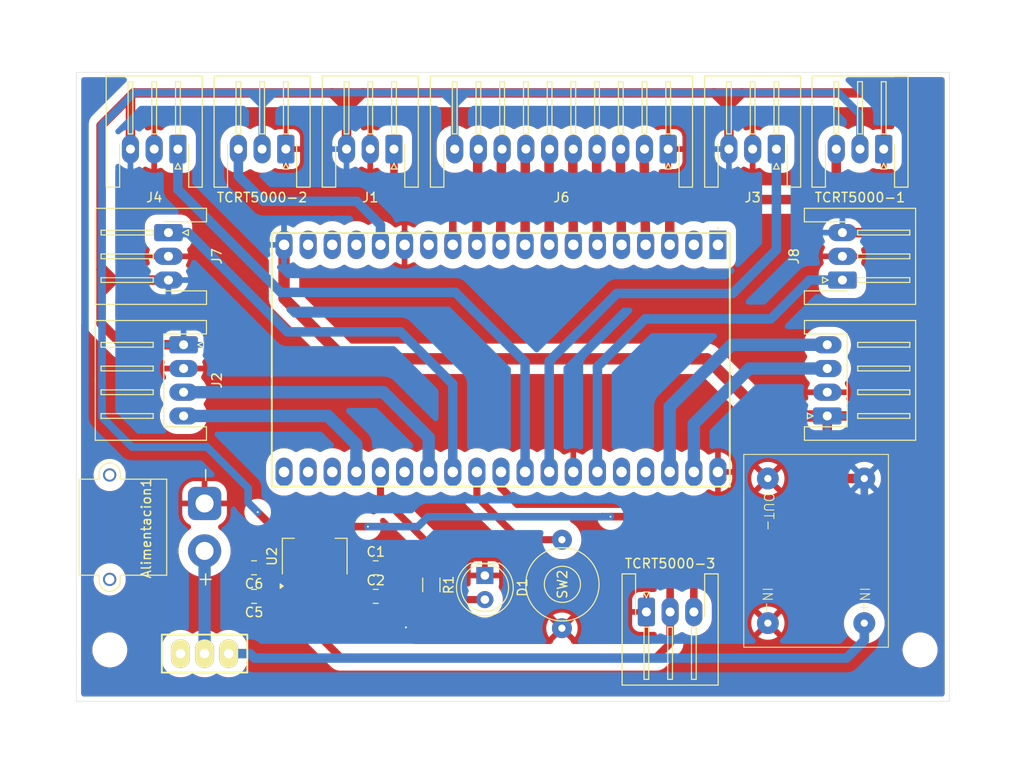
<source format=kicad_pcb>
(kicad_pcb (version 20241229) (generator "pcbnew") (generator_version "9.0")
  (layers (0 "F.Cu" signal) (2 "B.Cu" signal) (13 "F.Paste" user) (15 "B.Paste" user) (5 "F.SilkS" user "F.Silkscreen") (7 "B.SilkS" user "B.Silkscreen") (1 "F.Mask" user) (3 "B.Mask" user) (25 "Edge.Cuts" user))
  (net 0 "")
  (net 1 "+5V")
  (net 2 "INB2")
  (net 3 "INA2")
  (net 4 "INA1")
  (net 5 "INB1")
  (net 6 "D8")
  (net 8 "D3")
  (net 9 "D1")
  (net 12 "D7")
  (net 13 "D4")
  (net 14 "D6")
  (net 15 "SW")
  (net 16 "S4")
  (net 18 "S3")
  (net 19 "D2")
  (net 20 "D5")
  (net 21 "S2")
  (net 23 "LED")
  (net 30 "3v3")
  (net 32 "S1")
  (net 33 "7.4V")
  (net 34 "S5")
  (net 35 "T1")
  (net 36 "T2")
  (net 37 "T3")
  (net 38 "Net-(D1-A)")
  (net 39 "VIN")
  (net 40 "GND")
  (footprint "Capacitor_SMD:C_0805_2012Metric" (layer "F.Cu") (at 72.57 100.98 180)
    (property "Reference" "C6" (at 0 -1.68 0) (layer "F.SilkS"))
    (property "Value" "10uF")
    (pad "1" smd roundrect (at -0.95 0 180) (size 1 1.45) (layers "F.Cu" "F.Mask" "F.Paste") (net 30 "3v3"))
    (pad "2" smd roundrect (at 0.95 0 180) (size 1 1.45) (layers "F.Cu" "F.Mask" "F.Paste") (net 40 "GND"))
  )
  (footprint "MacroLib:Button" (layer "F.Cu") (at 105.01 102.72 -90)
    (property "Reference" "SW2" (at 0 -0.05 270) (layer "F.SilkS"))
    (property "Value" "BOTON")
    (pad "1" thru_hole circle (at -4.7 0 270) (size 2.1 2.1) (drill 0.762) (layers "*.Cu" "*.Mask") (net 15 "SW"))
    (pad "2" thru_hole circle (at 4.625 0 270) (size 2.1 2.1) (drill 0.762) (layers "*.Cu" "*.Mask") (net 40 "GND"))
  )
  (footprint "Connector_JST:JST_XH_S10B-XH-A-1_1x10_P2.50mm_Horizontal" (layer "F.Cu") (at 116.21 56.86 180)
    (property "Reference" "J6" (at 11.25 -5.1 0) (layer "F.SilkS"))
    (property "Value" "QTR8A")
    (pad "1" thru_hole roundrect (at 0 0 180) (size 1.8 3) (drill 0.95) (layers "*.Cu" "*.Mask") (roundrect_rratio 0.147059) (net 40 "GND"))
    (pad "3" thru_hole oval (at 2.5 0 180) (size 1.8 3) (drill 0.95) (layers "*.Cu" "*.Mask") (net 9 "D1"))
    (pad "4" thru_hole oval (at 5 0 180) (size 1.8 3) (drill 0.95) (layers "*.Cu" "*.Mask") (net 19 "D2"))
    (pad "5" thru_hole oval (at 7.5 0 180) (size 1.8 3) (drill 0.95) (layers "*.Cu" "*.Mask") (net 8 "D3"))
    (pad "6" thru_hole oval (at 10 0 180) (size 1.8 3) (drill 0.95) (layers "*.Cu" "*.Mask") (net 13 "D4"))
    (pad "7" thru_hole oval (at 12.5 0 180) (size 1.8 3) (drill 0.95) (layers "*.Cu" "*.Mask") (net 20 "D5"))
    (pad "8" thru_hole oval (at 15 0 180) (size 1.8 3) (drill 0.95) (layers "*.Cu" "*.Mask") (net 14 "D6"))
    (pad "9" thru_hole oval (at 17.5 0 180) (size 1.8 3) (drill 0.95) (layers "*.Cu" "*.Mask") (net 12 "D7"))
    (pad "10" thru_hole oval (at 20 0 180) (size 1.8 3) (drill 0.95) (layers "*.Cu" "*.Mask") (net 6 "D8"))
    (pad "11" thru_hole oval (at 22.5 0 180) (size 1.8 3) (drill 0.95) (layers "*.Cu" "*.Mask") (net 30 "3v3"))
  )
  (footprint "huellas Trejo:switch smd" (layer "F.Cu") (at 64.815 112.56 90)
    (property "Reference" "SW1" (hide yes))
    (property "Value" "SW_DPST_x2" (hide yes))
    (pad "1" thru_hole oval (at 2.54 5.08) (size 2 3) (drill 1) (layers "*.Cu" "*.Mask" "F.SilkS") (net 39 "VIN"))
    (pad "2" thru_hole oval (at 2.54 2.54) (size 2 3) (drill 1) (layers "*.Cu" "*.Mask" "F.SilkS") (net 33 "7.4V"))
    (pad "3" thru_hole oval (at 2.54 0) (size 2 3) (drill 1) (layers "*.Cu" "*.Mask" "F.SilkS"))
  )
  (footprint "Connector_JST:JST_XH_S3B-XH-A-1_1x03_P2.50mm_Horizontal" (layer "F.Cu") (at 64.546667 56.86 180)
    (property "Reference" "J4" (at 2.5 -5.1 180) (layer "F.SilkS"))
    (property "Value" "SHARP 3")
    (pad "1" thru_hole roundrect (at 0 0 180) (size 1.8 3) (drill 0.95) (layers "*.Cu" "*.Mask") (roundrect_rratio 0.147059) (net 18 "S3"))
    (pad "2" thru_hole oval (at 2.5 0 180) (size 1.8 3) (drill 0.95) (layers "*.Cu" "*.Mask") (net 40 "GND"))
    (pad "3" thru_hole oval (at 5 0 180) (size 1.8 3) (drill 0.95) (layers "*.Cu" "*.Mask") (net 1 "+5V"))
  )
  (footprint "Capacitor_SMD:C_0805_2012Metric" (layer "F.Cu") (at 85.39 103.99)
    (property "Reference" "C2" (at 0 -1.68 0) (layer "F.SilkS"))
    (property "Value" "100nF")
    (pad "1" smd roundrect (at -0.95 0) (size 1 1.45) (layers "F.Cu" "F.Mask" "F.Paste") (net 1 "+5V"))
    (pad "2" smd roundrect (at 0.95 0) (size 1 1.45) (layers "F.Cu" "F.Mask" "F.Paste") (net 40 "GND"))
  )
  (footprint "Connector_JST:JST_XH_S4B-XH-A_1x04_P2.50mm_Horizontal" (layer "F.Cu") (at 65.145 77.48 -90)
    (property "Reference" "J2" (at 3.75 -3.51 90) (layer "F.SilkS"))
    (property "Value" "BTS-1")
    (pad "1" thru_hole roundrect (at 0 0 270) (size 1.8 3) (drill 0.95) (layers "*.Cu" "*.Mask") (roundrect_rratio 0.147059) (net 1 "+5V"))
    (pad "2" thru_hole oval (at 2.5 0 270) (size 1.8 3) (drill 0.95) (layers "*.Cu" "*.Mask") (net 40 "GND"))
    (pad "3" thru_hole oval (at 5 0 270) (size 1.8 3) (drill 0.95) (layers "*.Cu" "*.Mask") (net 4 "INA1"))
    (pad "4" thru_hole oval (at 7.5 0 270) (size 1.8 3) (drill 0.95) (layers "*.Cu" "*.Mask") (net 5 "INB1"))
  )
  (footprint "Connector_JST:JST_XH_S3B-XH-A-1_1x03_P2.50mm_Horizontal" (layer "F.Cu") (at 113.91 105.63)
    (property "Reference" "TCRT5000-3" (at 2.5 -5.1 0) (layer "F.SilkS"))
    (property "Value" "~")
    (pad "1" thru_hole roundrect (at 0 0) (size 1.8 3) (drill 0.95) (layers "*.Cu" "*.Mask") (roundrect_rratio 0.147059) (net 40 "GND"))
    (pad "2" thru_hole oval (at 2.5 0) (size 1.8 3) (drill 0.95) (layers "*.Cu" "*.Mask") (net 30 "3v3"))
    (pad "3" thru_hole oval (at 5 0) (size 1.8 3) (drill 0.95) (layers "*.Cu" "*.Mask") (net 37 "T3"))
  )
  (footprint "MountingHole:MountingHole_3.2mm_M3_DIN965" (layer "F.Cu") (at 57.37 109.63)
    (property "Reference" "H1" (hide yes))
    (property "Value" "MountingHole" (hide yes))
    (pad "" np_thru_hole circle (at 0 0) (size 3.2 3.2) (drill 3.2) (layers "*.Cu" "*.Mask"))
  )
  (footprint "Package_TO_SOT_SMD:SOT-223-3_TabPin2" (layer "F.Cu") (at 78.96 99.78 90)
    (property "Reference" "U2" (at 0 -4.5 90) (layer "F.SilkS"))
    (property "Value" "AMS1117-3.3")
    (pad "1" smd roundrect (at -3.15 -2.3 90) (size 2 1.5) (layers "F.Cu" "F.Mask" "F.Paste") (net 40 "GND"))
    (pad "2" smd roundrect (at -3.15 0 90) (size 2 1.5) (layers "F.Cu" "F.Mask" "F.Paste") (net 30 "3v3"))
    (pad "2" smd roundrect (at 3.15 0 90) (size 2 3.8) (layers "F.Cu" "F.Mask" "F.Paste") (net 30 "3v3"))
    (pad "3" smd roundrect (at -3.15 2.3 90) (size 2 1.5) (layers "F.Cu" "F.Mask" "F.Paste") (net 1 "+5V"))
  )
  (footprint "Capacitor_SMD:C_0805_2012Metric" (layer "F.Cu") (at 85.39 100.98)
    (property "Reference" "C1" (at 0 -1.68 0) (layer "F.SilkS"))
    (property "Value" "10uF")
    (pad "1" smd roundrect (at -0.95 0) (size 1 1.45) (layers "F.Cu" "F.Mask" "F.Paste") (net 1 "+5V"))
    (pad "2" smd roundrect (at 0.95 0) (size 1 1.45) (layers "F.Cu" "F.Mask" "F.Paste") (net 40 "GND"))
  )
  (footprint "Libreria-T:STEPDOWN" (layer "F.Cu") (at 131.79 98.39)
    (property "Reference" "stepdown2" (hide yes))
    (property "Value" "~" (hide yes))
    (fp_text user "IN-" (at -5.72 4.55 270) (layer "F.SilkS") (effects (font (thickness 0.1)) (justify left bottom)))
    (fp_text user "IN+" (at 4.53 4.55 270) (layer "F.SilkS") (effects (font (thickness 0.1)) (justify left bottom)))
    (fp_text user "OUT-" (at -5.57 -5.425 270) (layer "F.SilkS") (effects (font (thickness 0.1)) (justify left bottom)))
    (pad "1" thru_hole circle (at -5.08 -6.82) (size 2.3 2.3) (drill 0.762) (layers "*.Cu" "*.Mask") (net 40 "GND"))
    (pad "2" thru_hole circle (at 5.08 -6.82) (size 2.3 2.3) (drill 0.762) (layers "*.Cu" "*.Mask") (net 1 "+5V"))
    (pad "3" thru_hole circle (at -5.08 8.42) (size 2.3 2.3) (drill 0.762) (layers "*.Cu" "*.Mask") (net 40 "GND"))
    (pad "4" thru_hole circle (at 5.08 8.42) (size 2.3 2.3) (drill 0.762) (layers "*.Cu" "*.Mask") (net 39 "VIN"))
  )
  (footprint "Capacitor_SMD:C_0805_2012Metric" (layer "F.Cu") (at 72.57 103.99 180)
    (property "Reference" "C5" (at 0 -1.68 0) (layer "F.SilkS"))
    (property "Value" "100nF")
    (pad "1" smd roundrect (at -0.95 0 180) (size 1 1.45) (layers "F.Cu" "F.Mask" "F.Paste") (net 30 "3v3"))
    (pad "2" smd roundrect (at 0.95 0 180) (size 1 1.45) (layers "F.Cu" "F.Mask" "F.Paste") (net 40 "GND"))
  )
  (footprint "Connector_JST:JST_XH_S3B-XH-A-1_1x03_P2.50mm_Horizontal" (layer "F.Cu") (at 138.916667 56.86 180)
    (property "Reference" "TCRT5000-1" (at 2.5 -5.1 180) (layer "F.SilkS"))
    (property "Value" "~")
    (pad "1" thru_hole roundrect (at 0 0 180) (size 1.8 3) (drill 0.95) (layers "*.Cu" "*.Mask") (roundrect_rratio 0.147059) (net 40 "GND"))
    (pad "2" thru_hole oval (at 2.5 0 180) (size 1.8 3) (drill 0.95) (layers "*.Cu" "*.Mask") (net 30 "3v3"))
    (pad "3" thru_hole oval (at 5 0 180) (size 1.8 3) (drill 0.95) (layers "*.Cu" "*.Mask") (net 35 "T1"))
  )
  (footprint "Connector_JST:JST_XH_S3B-XH-A-1_1x03_P2.50mm_Horizontal" (layer "F.Cu") (at 134.566667 70.66 90)
    (property "Reference" "J8" (at 2.5 -5.1 90) (layer "F.SilkS"))
    (property "Value" "SHARP4")
    (pad "1" thru_hole roundrect (at 0 0 90) (size 1.8 3) (drill 0.95) (layers "*.Cu" "*.Mask") (roundrect_rratio 0.147059) (net 16 "S4"))
    (pad "2" thru_hole oval (at 2.5 0 90) (size 1.8 3) (drill 0.95) (layers "*.Cu" "*.Mask") (net 40 "GND"))
    (pad "3" thru_hole oval (at 5 0 90) (size 1.8 3) (drill 0.95) (layers "*.Cu" "*.Mask") (net 1 "+5V"))
  )
  (footprint "Connector_JST:JST_XH_S3B-XH-A-1_1x03_P2.50mm_Horizontal" (layer "F.Cu") (at 127.606667 56.86 180)
    (property "Reference" "J3" (at 2.5 -5.1 180) (layer "F.SilkS"))
    (property "Value" "SHARP2")
    (pad "1" thru_hole roundrect (at 0 0 180) (size 1.8 3) (drill 0.95) (layers "*.Cu" "*.Mask") (roundrect_rratio 0.147059) (net 21 "S2"))
    (pad "2" thru_hole oval (at 2.5 0 180) (size 1.8 3) (drill 0.95) (layers "*.Cu" "*.Mask") (net 40 "GND"))
    (pad "3" thru_hole oval (at 5 0 180) (size 1.8 3) (drill 0.95) (layers "*.Cu" "*.Mask") (net 1 "+5V"))
  )
  (footprint "Connector_JST:JST_XH_S4B-XH-A_1x04_P2.50mm_Horizontal" (layer "F.Cu") (at 132.971667 84.98 90)
    (property "Reference" "J5" (hide yes))
    (property "Value" "BTS-2")
    (pad "1" thru_hole roundrect (at 0 0 90) (size 1.8 3) (drill 0.95) (layers "*.Cu" "*.Mask") (roundrect_rratio 0.147059) (net 1 "+5V"))
    (pad "2" thru_hole oval (at 2.5 0 90) (size 1.8 3) (drill 0.95) (layers "*.Cu" "*.Mask") (net 40 "GND"))
    (pad "3" thru_hole oval (at 5 0 90) (size 1.8 3) (drill 0.95) (layers "*.Cu" "*.Mask") (net 3 "INA2"))
    (pad "4" thru_hole oval (at 7.5 0 90) (size 1.8 3) (drill 0.95) (layers "*.Cu" "*.Mask") (net 2 "INB2"))
  )
  (footprint "Resistor_SMD:R_1206_3216Metric_Pad1.30x1.75mm_HandSolder" (layer "F.Cu") (at 91.25 102.78 -90)
    (property "Reference" "R1" (at 0 -1.83 270) (layer "F.SilkS"))
    (property "Value" "240")
    (pad "1" smd roundrect (at -1.55 0 270) (size 1.3 1.75) (layers "F.Cu" "F.Mask" "F.Paste") (roundrect_rratio 0.192308) (net 23 "LED"))
    (pad "2" smd roundrect (at 1.55 0 270) (size 1.3 1.75) (layers "F.Cu" "F.Mask" "F.Paste") (roundrect_rratio 0.192308) (net 38 "Net-(D1-A)"))
  )
  (footprint "Connector_JST:JST_XH_S3B-XH-A-1_1x03_P2.50mm_Horizontal" (layer "F.Cu") (at 63.55 65.66 -90)
    (property "Reference" "J7" (at 2.5 -5.1 270) (layer "F.SilkS"))
    (property "Value" "SHARP 5")
    (pad "1" thru_hole roundrect (at 0 0 270) (size 1.8 3) (drill 0.95) (layers "*.Cu" "*.Mask") (roundrect_rratio 0.147059) (net 34 "S5"))
    (pad "2" thru_hole oval (at 2.5 0 270) (size 1.8 3) (drill 0.95) (layers "*.Cu" "*.Mask") (net 40 "GND"))
    (pad "3" thru_hole oval (at 5 0 270) (size 1.8 3) (drill 0.95) (layers "*.Cu" "*.Mask") (net 1 "+5V"))
  )
  (footprint "Connector_AMASS:AMASS_XT30PW-M_1x02_P2.50mm_Horizontal" (layer "F.Cu") (at 67.355 94.2 90)
    (property "Reference" "Alimentacion1" (at -2.63 -6.145 90) (layer "F.SilkS"))
    (property "Value" "TB_1X2")
    (fp_text user "+" (at -8 0 90) (layer "F.SilkS") (effects (font (size 1.5 1.5))))
    (fp_text user "-" (at 3 0 90) (layer "F.SilkS") (effects (font (size 1.5 1.5))))
    (pad "" thru_hole circle (at -8 -10 90) (size 1.4 1.4) (drill 1) (layers "*.Cu" "*.Mask"))
    (pad "" thru_hole circle (at 3 -10 90) (size 1.4 1.4) (drill 1) (layers "*.Cu" "*.Mask"))
    (pad "1" thru_hole roundrect (at 0 0 90) (size 3.5 3.5) (drill 1.9) (layers "*.Cu" "*.Mask") (roundrect_rratio 0.22) (net 40 "GND"))
    (pad "2" thru_hole circle (at -5 0 90) (size 3.5 3.5) (drill 1.9) (layers "*.Cu" "*.Mask") (net 33 "7.4V"))
  )
  (footprint "Connector_JST:JST_XH_S3B-XH-A-1_1x03_P2.50mm_Horizontal" (layer "F.Cu") (at 75.916667 56.86 180)
    (property "Reference" "TCRT5000-2" (at 2.5 -5.1 180) (layer "F.SilkS"))
    (property "Value" "~" (hide yes))
    (pad "1" thru_hole roundrect (at 0 0 180) (size 1.8 3) (drill 0.95) (layers "*.Cu" "*.Mask") (roundrect_rratio 0.147059) (net 40 "GND"))
    (pad "2" thru_hole oval (at 2.5 0 180) (size 1.8 3) (drill 0.95) (layers "*.Cu" "*.Mask") (net 30 "3v3"))
    (pad "3" thru_hole oval (at 5 0 180) (size 1.8 3) (drill 0.95) (layers "*.Cu" "*.Mask") (net 36 "T2"))
  )
  (footprint "Connector_JST:JST_XH_S3B-XH-A-1_1x03_P2.50mm_Horizontal" (layer "F.Cu") (at 87.313334 56.86 180)
    (property "Reference" "J1" (at 2.5 -5.1 180) (layer "F.SilkS"))
    (property "Value" "SHARP 1")
    (pad "1" thru_hole roundrect (at 0 0 180) (size 1.8 3) (drill 0.95) (layers "*.Cu" "*.Mask") (roundrect_rratio 0.147059) (net 32 "S1"))
    (pad "2" thru_hole oval (at 2.5 0 180) (size 1.8 3) (drill 0.95) (layers "*.Cu" "*.Mask") (net 40 "GND"))
    (pad "3" thru_hole oval (at 5 0 180) (size 1.8 3) (drill 0.95) (layers "*.Cu" "*.Mask") (net 1 "+5V"))
  )
  (footprint "MountingHole:MountingHole_3.2mm_M3_DIN965" (layer "F.Cu") (at 142.75 109.63)
    (property "Reference" "H2" (hide yes))
    (property "Value" "MountingHole" (hide yes))
    (pad "" np_thru_hole circle (at 0 0) (size 3.2 3.2) (drill 3.2) (layers "*.Cu" "*.Mask"))
  )
  (footprint "LED_THT:LED_D5.0mm" (layer "F.Cu") (at 96.89 101.79 -90)
    (property "Reference" "D1" (at 1.27 -3.96 90) (layer "F.SilkS"))
    (property "Value" "LED")
    (pad "1" thru_hole rect (at 0 0 270) (size 1.8 1.8) (drill 0.9) (layers "*.Cu" "*.Mask") (net 40 "GND"))
    (pad "2" thru_hole circle (at 2.54 0 270) (size 1.8 1.8) (drill 0.9) (layers "*.Cu" "*.Mask") (net 38 "Net-(D1-A)"))
  )
  (footprint "huellas Trejo:esp32 38 pin usb-c" (layer "F.Cu") (at 101.76 80.72 -90)
    (property "Reference" "ESP32" (hide yes))
    (property "Value" "~" (hide yes))
    (pad "1" thru_hole rect (at -13.77 -19.69 270) (size 3 1.8) (drill 1.11) (layers "*.Cu" "*.Mask"))
    (pad "2" thru_hole oval (at -13.77 -17.15 270) (size 3 1.8) (drill 1.11) (layers "*.Cu" "*.Mask"))
    (pad "3" thru_hole oval (at -13.77 -14.61 270) (size 3 1.8) (drill 1.11) (layers "*.Cu" "*.Mask") (net 35 "T1"))
    (pad "4" thru_hole oval (at -13.77 -12.07 270) (size 3 1.8) (drill 1.11) (layers "*.Cu" "*.Mask") (net 9 "D1"))
    (pad "5" thru_hole oval (at -13.77 -9.53 270) (size 3 1.8) (drill 1.11) (layers "*.Cu" "*.Mask") (net 19 "D2"))
    (pad "6" thru_hole oval (at -13.77 -6.99 270) (size 3 1.8) (drill 1.11) (layers "*.Cu" "*.Mask") (net 8 "D3"))
    (pad "7" thru_hole oval (at -13.77 -4.45 270) (size 3 1.8) (drill 1.11) (layers "*.Cu" "*.Mask") (net 13 "D4"))
    (pad "8" thru_hole oval (at -13.77 -1.91 270) (size 3 1.8) (drill 1.11) (layers "*.Cu" "*.Mask") (net 20 "D5"))
    (pad "9" thru_hole oval (at -13.77 0.63 270) (size 3 1.8) (drill 1.11) (layers "*.Cu" "*.Mask") (net 14 "D6"))
    (pad "10" thru_hole oval (at -13.77 3.17 270) (size 3 1.8) (drill 1.11) (layers "*.Cu" "*.Mask") (net 12 "D7"))
    (pad "11" thru_hole oval (at -13.77 5.71 270) (size 3 1.8) (drill 1.11) (layers "*.Cu" "*.Mask") (net 6 "D8"))
    (pad "12" thru_hole oval (at -13.77 8.25 270) (size 3 1.8) (drill 1.11) (layers "*.Cu" "*.Mask") (net 32 "S1"))
    (pad "13" thru_hole oval (at -13.77 10.79 270) (size 3 1.8) (drill 1.11) (layers "*.Cu" "*.Mask"))
    (pad "14" thru_hole oval (at -13.77 13.33 270) (size 3 1.8) (drill 1.11) (layers "*.Cu" "*.Mask") (net 40 "GND"))
    (pad "15" thru_hole oval (at -13.77 15.87 270) (size 3 1.8) (drill 1.11) (layers "*.Cu" "*.Mask") (net 36 "T2"))
    (pad "16" thru_hole oval (at -13.77 18.41 270) (size 3 1.8) (drill 1.11) (layers "*.Cu" "*.Mask"))
    (pad "17" thru_hole oval (at -13.77 20.95 270) (size 3 1.8) (drill 1.11) (layers "*.Cu" "*.Mask"))
    (pad "18" thru_hole oval (at -13.77 23.49 270) (size 3 1.8) (drill 1.11) (layers "*.Cu" "*.Mask"))
    (pad "19" thru_hole oval (at -13.77 26.03 270) (size 3 1.8) (drill 1.11) (layers "*.Cu" "*.Mask") (net 1 "+5V"))
    (pad "20" thru_hole oval (at 10.16 26.03 270) (size 3 1.8) (drill 1.11) (layers "*.Cu" "*.Mask"))
    (pad "21" thru_hole oval (at 10.16 23.49 270) (size 3 1.8) (drill 1.11) (layers "*.Cu" "*.Mask"))
    (pad "22" thru_hole oval (at 10.16 20.95 270) (size 3 1.8) (drill 1.11) (layers "*.Cu" "*.Mask"))
    (pad "23" thru_hole oval (at 10.16 18.41 270) (size 3 1.8) (drill 1.11) (layers "*.Cu" "*.Mask") (net 5 "INB1"))
    (pad "24" thru_hole oval (at 10.16 15.87 270) (size 3 1.8) (drill 1.11) (layers "*.Cu" "*.Mask") (net 23 "LED"))
    (pad "25" thru_hole oval (at 10.16 13.33 270) (size 3 1.8) (drill 1.11) (layers "*.Cu" "*.Mask"))
    (pad "26" thru_hole oval (at 10.16 10.79 270) (size 3 1.8) (drill 1.11) (layers "*.Cu" "*.Mask") (net 4 "INA1"))
    (pad "27" thru_hole oval (at 10.16 8.25 270) (size 3 1.8) (drill 1.11) (layers "*.Cu" "*.Mask") (net 34 "S5"))
    (pad "28" thru_hole oval (at 10.16 5.71 270) (size 3 1.8) (drill 1.11) (layers "*.Cu" "*.Mask") (net 15 "SW"))
    (pad "29" thru_hole oval (at 10.16 3.17 270) (size 3 1.8) (drill 1.11) (layers "*.Cu" "*.Mask") (net 37 "T3"))
    (pad "30" thru_hole oval (at 10.16 0.63 270) (size 3 1.8) (drill 1.11) (layers "*.Cu" "*.Mask") (net 18 "S3"))
    (pad "31" thru_hole oval (at 10.16 -1.91 270) (size 3 1.8) (drill 1.11) (layers "*.Cu" "*.Mask") (net 21 "S2"))
    (pad "32" thru_hole oval (at 10.16 -4.45 270) (size 3 1.8) (drill 1.11) (layers "*.Cu" "*.Mask") (net 40 "GND"))
    (pad "33" thru_hole oval (at 10.16 -6.99 270) (size 3 1.8) (drill 1.11) (layers "*.Cu" "*.Mask") (net 16 "S4"))
    (pad "34" thru_hole oval (at 10.16 -9.53 270) (size 3 1.8) (drill 1.11) (layers "*.Cu" "*.Mask"))
    (pad "35" thru_hole oval (at 10.16 -12.07 270) (size 3 1.8) (drill 1.11) (layers "*.Cu" "*.Mask"))
    (pad "36" thru_hole oval (at 10.16 -14.61 270) (size 3 1.8) (drill 1.11) (layers "*.Cu" "*.Mask") (net 2 "INB2"))
    (pad "37" thru_hole oval (at 10.16 -17.15 270) (size 3 1.8) (drill 1.11) (layers "*.Cu" "*.Mask") (net 3 "INA2"))
    (pad "38" thru_hole oval (at 10.16 -19.69 270) (size 3 1.8) (drill 1.11) (layers "*.Cu" "*.Mask") (net 40 "GND"))
  )
  (gr_rect (start 53.855 48.78) (end 145.835 115.04) (stroke (width 0.05)) (fill no) (layer "Edge.Cuts"))
  (segment (start 122.433333 52.323333) (end 121.05 50.94) (width 1) (layer "F.Cu") (net 1))
  (segment (start 84.44 103.99) (end 84.44 100.98) (width 0.75) (layer "F.Cu") (net 1))
  (segment (start 58.69 77.48) (end 56.45 75.24) (width 1) (layer "F.Cu") (net 1))
  (segment (start 56.45 69.54) (end 56.45 54.38) (width 1) (layer "F.Cu") (net 1))
  (segment (start 141.53 64.17) (end 141.53 53.51) (width 1) (layer "F.Cu") (net 1))
  (segment (start 140.34 65.66) (end 141.52 65.66) (width 1) (layer "F.Cu") (net 1))
  (segment (start 75.73 72.58) (end 82.11 78.96) (width 1.2) (layer "F.Cu") (net 1))
  (segment (start 82.313334 52.3) (end 82.313334 50.983334) (width 1) (layer "F.Cu") (net 1))
  (segment (start 136.87 91.57) (end 134.51 91.57) (width 1) (layer "F.Cu") (net 1))
  (segment (start 82.27 50.94) (end 84.05 50.94) (width 1) (layer "F.Cu") (net 1))
  (segment (start 56.45 54.38) (end 59.89 50.94) (width 1) (layer "F.Cu") (net 1))
  (segment (start 132.971667 90.031667) (end 132.971667 84.98) (width 1) (layer "F.Cu") (net 1))
  (segment (start 59.89 50.94) (end 80.77 50.94) (width 1) (layer "F.Cu") (net 1))
  (segment (start 138.96 50.94) (end 123.99 50.94) (width 1) (layer "F.Cu") (net 1))
  (segment (start 139.64 65.66) (end 140.04 65.66) (width 1) (layer "F.Cu") (net 1))
  (segment (start 57.78 70.66) (end 56.54 71.9) (width 1) (layer "F.Cu") (net 1))
  (segment (start 82.313334 52.3) (end 82.69 52.3) (width 1) (layer "F.Cu") (net 1))
  (segment (start 65.145 77.48) (end 58.69 77.48) (width 1) (layer "F.Cu") (net 1))
  (segment (start 141.53 53.51) (end 138.96 50.94) (width 1) (layer "F.Cu") (net 1))
  (segment (start 56.45 69.54) (end 56.66 69.54) (width 1) (layer "F.Cu") (net 1))
  (segment (start 141.53 67.36) (end 141.53 65.67) (width 1) (layer "F.Cu") (net 1))
  (segment (start 122.606667 56.86) (end 122.606667 53.05) (width 1) (layer "F.Cu") (net 1))
  (segment (start 122.606667 53.05) (end 122.606667 51.413333) (width 1) (layer "F.Cu") (net 1))
  (segment (start 82.13 52.3) (end 80.77 50.94) (width 1) (layer "F.Cu") (net 1))
  (segment (start 132.971667 84.98) (end 126.32 84.98) (width 1.2) (layer "F.Cu") (net 1))
  (segment (start 139.83 65.66) (end 141.53 67.36) (width 1) (layer "F.Cu") (net 1))
  (segment (start 59.546667 51.283333) (end 59.89 50.94) (width 1) (layer "F.Cu") (net 1))
  (segment (start 82.69 52.3) (end 84.05 50.94) (width 1) (layer "F.Cu") (net 1))
  (segment (start 122.606667 52.323333) (end 123.99 50.94) (width 1) (layer "F.Cu") (net 1))
  (segment (start 57.78 70.66) (end 56.51 70.66) (width 1) (layer "F.Cu") (net 1))
  (segment (start 139.64 65.66) (end 139.83 65.66) (width 1) (layer "F.Cu") (net 1))
  (segment (start 139.58 84.98) (end 141.53 83.03) (width 1) (layer "F.Cu") (net 1))
  (segment (start 134.51 91.57) (end 132.971667 90.031667) (width 1) (layer "F.Cu") (net 1))
  (segment (start 126.32 84.98) (end 120.3 78.96) (width 1.2) (layer "F.Cu") (net 1))
  (segment (start 84.44 103.99) (end 82.32 103.99) (width 0.75) (layer "F.Cu") (net 1))
  (segment (start 120.3 78.96) (end 119.5 78.96) (width 1.2) (layer "F.Cu") (net 1))
  (segment (start 82.313334 52.3) (end 82.13 52.3) (width 1) (layer "F.Cu") (net 1))
  (segment (start 140.04 65.66) (end 141.53 64.17) (width 1) (layer "F.Cu") (net 1))
  (segment (start 139.64 65.66) (end 140.34 65.66) (width 1) (layer "F.Cu") (net 1))
  (segment (start 141.53 83.03) (end 141.53 67.36) (width 1) (layer "F.Cu") (net 1))
  (segment (start 56.66 69.54) (end 57.78 70.66) (width 1) (layer "F.Cu") (net 1))
  (segment (start 134.566667 65.66) (end 139.64 65.66) (width 1) (layer "F.Cu") (net 1))
  (segment (start 132.971667 84.98) (end 139.58 84.98) (width 1) (layer "F.Cu") (net 1))
  (segment (start 82.313334 56.86) (end 82.313334 52.3) (width 1) (layer "F.Cu") (net 1))
  (segment (start 83.09 107.26) (end 88.57 107.26) (width 0.8) (layer "F.Cu") (net 1))
  (segment (start 80.77 50.94) (end 82.27 50.94) (width 1) (layer "F.Cu") (net 1))
  (segment (start 75.73 66.95) (end 75.73 72.58) (width 1.2) (layer "F.Cu") (net 1))
  (segment (start 82.32 103.99) (end 81.26 102.93) (width 0.75) (layer "F.Cu") (net 1))
  (segment (start 81.26 105.43) (end 83.09 107.26) (width 0.8) (layer "F.Cu") (net 1))
  (segment (start 56.45 69.54) (end 56.45 75.24) (width 1) (layer "F.Cu") (net 1))
  (segment (start 141.53 65.67) (end 141.53 64.17) (width 1) (layer "F.Cu") (net 1))
  (segment (start 122.606667 53.05) (end 122.606667 52.323333) (width 1) (layer "F.Cu") (net 1))
  (segment (start 84.05 50.94) (end 121.05 50.94) (width 1) (layer "F.Cu") (net 1))
  (segment (start 81.26 102.93) (end 81.26 105.43) (width 0.8) (layer "F.Cu") (net 1))
  (segment (start 59.546667 56.86) (end 59.546667 51.283333) (width 1) (layer "F.Cu") (net 1))
  (segment (start 63.55 70.66) (end 57.78 70.66) (width 1) (layer "F.Cu") (net 1))
  (segment (start 82.11 78.96) (end 119.5 78.96) (width 1.2) (layer "F.Cu") (net 1))
  (segment (start 121.05 50.94) (end 123.99 50.94) (width 1) (layer "F.Cu") (net 1))
  (via (at 88.57 107.26) (size 0.508) (drill 0.2032) (layers "F.Cu" "B.Cu") (net 1))
  (segment (start 99.19 107.28) (end 88.59 107.28) (width 0.8) (layer "B.Cu") (net 1))
  (segment (start 136.87 91.57) (end 136.87 95.99) (width 0.8) (layer "B.Cu") (net 1))
  (segment (start 136.87 95.99) (end 130.98 101.88) (width 0.8) (layer "B.Cu") (net 1))
  (segment (start 104.59 101.88) (end 99.19 107.28) (width 0.8) (layer "B.Cu") (net 1))
  (segment (start 130.98 101.88) (end 104.59 101.88) (width 0.8) (layer "B.Cu") (net 1))
  (segment (start 116.37 90.88) (end 116.37 83.99) (width 1.3) (layer "B.Cu") (net 2))
  (segment (start 132.971667 77.48) (end 122.88 77.48) (width 1.3) (layer "B.Cu") (net 2))
  (segment (start 116.37 83.99) (end 122.88 77.48) (width 1.3) (layer "B.Cu") (net 2))
  (segment (start 118.91 90.88) (end 118.91 85.81) (width 1.3) (layer "B.Cu") (net 3))
  (segment (start 118.91 85.81) (end 124.74 79.98) (width 1.3) (layer "B.Cu") (net 3))
  (segment (start 124.74 79.98) (end 132.971667 79.98) (width 1.3) (layer "B.Cu") (net 3))
  (segment (start 90.97 90.88) (end 90.97 87.25) (width 1.3) (layer "B.Cu") (net 4))
  (segment (start 90.97 87.25) (end 86.2 82.48) (width 1.3) (layer "B.Cu") (net 4))
  (segment (start 86.2 82.48) (end 65.145 82.48) (width 1.3) (layer "B.Cu") (net 4))
  (segment (start 80.36 84.98) (end 65.145 84.98) (width 1.3) (layer "B.Cu") (net 5))
  (segment (start 83.35 90.88) (end 83.35 87.97) (width 1.3) (layer "B.Cu") (net 5))
  (segment (start 83.35 87.97) (end 80.36 84.98) (width 1.3) (layer "B.Cu") (net 5))
  (segment (start 96.05 66.95) (end 96.15 56.86) (width 1) (layer "F.Cu") (net 6))
  (segment (start 108.75 66.95) (end 108.65 56.86) (width 1) (layer "F.Cu") (net 8))
  (segment (start 113.83 66.95) (end 113.65 56.86) (width 1) (layer "F.Cu") (net 9))
  (segment (start 98.65 56.86) (end 98.55 66.91) (width 1) (layer "F.Cu") (net 12))
  (segment (start 98.55 66.91) (end 98.59 66.95) (width 1) (layer "F.Cu") (net 12))
  (segment (start 106.21 66.95) (end 106.15 56.86) (width 1) (layer "F.Cu") (net 13))
  (segment (start 101.13 66.95) (end 101.15 56.86) (width 1) (layer "F.Cu") (net 14))
  (segment (start 96.05 90.88) (end 96.05 93.52) (width 0.75) (layer "F.Cu") (net 15))
  (segment (start 96.05 93.52) (end 100.55 98.02) (width 0.75) (layer "F.Cu") (net 15))
  (segment (start 100.55 98.02) (end 105.01 98.02) (width 0.75) (layer "F.Cu") (net 15))
  (segment (start 108.75 79.79) (end 113.79 74.75) (width 1) (layer "B.Cu") (net 16))
  (segment (start 108.75 90.88) (end 108.75 79.79) (width 1) (layer "B.Cu") (net 16))
  (segment (start 127.02 74.75) (end 131.11 70.66) (width 1) (layer "B.Cu") (net 16))
  (segment (start 131.11 70.66) (end 134.566667 70.66) (width 1) (layer "B.Cu") (net 16))
  (segment (start 113.79 74.75) (end 127.02 74.75) (width 1) (layer "B.Cu") (net 16))
  (segment (start 75.4 71.96) (end 93.79 71.96) (width 1) (layer "B.Cu") (net 18))
  (segment (start 64.546667 61.106667) (end 75.4 71.96) (width 1) (layer "B.Cu") (net 18))
  (segment (start 93.79 71.96) (end 101.13 79.3) (width 1) (layer "B.Cu") (net 18))
  (segment (start 64.546667 56.86) (end 64.546667 61.106667) (width 1) (layer "B.Cu") (net 18))
  (segment (start 101.13 79.3) (end 101.13 90.88) (width 1) (layer "B.Cu") (net 18))
  (segment (start 111.29 66.95) (end 111.15 56.86) (width 1) (layer "F.Cu") (net 19))
  (segment (start 103.67 66.95) (end 103.65 56.86) (width 1) (layer "F.Cu") (net 20))
  (segment (start 103.67 79.2) (end 110.8 72.07) (width 1) (layer "B.Cu") (net 21))
  (segment (start 123 72.07) (end 127.606667 67.463333) (width 1) (layer "B.Cu") (net 21))
  (segment (start 103.67 90.88) (end 103.67 79.2) (width 1) (layer "B.Cu") (net 21))
  (segment (start 110.8 72.07) (end 123 72.07) (width 1) (layer "B.Cu") (net 21))
  (segment (start 127.606667 67.463333) (end 127.606667 56.86) (width 1) (layer "B.Cu") (net 21))
  (segment (start 91.25 101.23) (end 91.25 98.75) (width 0.75) (layer "F.Cu") (net 23))
  (segment (start 91.25 98.75) (end 85.89 93.39) (width 0.75) (layer "F.Cu") (net 23))
  (segment (start 85.89 93.39) (end 85.89 90.88) (width 0.75) (layer "F.Cu") (net 23))
  (segment (start 112.81 95.59) (end 116.41 99.19) (width 0.8) (layer "F.Cu") (net 30))
  (segment (start 73.52 105.14) (end 73.52 103.99) (width 0.75) (layer "F.Cu") (net 30))
  (segment (start 74.63 106.25) (end 73.52 105.14) (width 0.75) (layer "F.Cu") (net 30))
  (segment (start 116.41 99.19) (end 116.41 105.63) (width 0.8) (layer "F.Cu") (net 30))
  (segment (start 116.41 105.63) (end 116.41 108.95) (width 0.8) (layer "F.Cu") (net 30))
  (segment (start 78.97 96.64) (end 78.96 96.63) (width 0.8) (layer "F.Cu") (net 30))
  (segment (start 81.67 110.41) (end 78.96 107.7) (width 0.8) (layer "F.Cu") (net 30))
  (segment (start 114.95 110.41) (end 81.67 110.41) (width 0.8) (layer "F.Cu") (net 30))
  (segment (start 110.13 95.59) (end 112.81 95.59) (width 0.8) (layer "F.Cu") (net 30))
  (segment (start 74.47 96.63) (end 72.95 95.11) (width 0.8) (layer "F.Cu") (net 30))
  (segment (start 84.56 96.64) (end 78.97 96.64) (width 0.8) (layer "F.Cu") (net 30))
  (segment (start 78.96 107.7) (end 78.96 105.58) (width 0.8) (layer "F.Cu") (net 30))
  (segment (start 116.41 108.95) (end 114.95 110.41) (width 0.8) (layer "F.Cu") (net 30))
  (segment (start 78.96 96.63) (end 74.47 96.63) (width 0.8) (layer "F.Cu") (net 30))
  (segment (start 78.96 102.93) (end 78.96 105.58) (width 0.8) (layer "F.Cu") (net 30))
  (segment (start 73.52 103.99) (end 73.52 100.98) (width 0.75) (layer "F.Cu") (net 30))
  (segment (start 78.96 106.21) (end 74.63 106.25) (width 0.75) (layer "F.Cu") (net 30))
  (via (at 84.56 96.64) (size 0.508) (drill 0.2032) (layers "F.Cu" "B.Cu") (net 30))
  (via (at 72.95 95.11) (size 0.508) (drill 0.2032) (layers "F.Cu" "B.Cu") (net 30))
  (via (at 110.13 95.59) (size 0.508) (drill 0.2032) (layers "F.Cu" "B.Cu") (net 30))
  (segment (start 136.416667 53.196667) (end 134.12 50.9) (width 0.8) (layer "B.Cu") (net 30))
  (segment (start 59.95 50.9) (end 71.73 50.9) (width 0.8) (layer "B.Cu") (net 30))
  (segment (start 95 50.9) (end 95.41 50.9) (width 0.8) (layer "B.Cu") (net 30))
  (segment (start 59.7 88.25) (end 56.55 85.1) (width 0.8) (layer "B.Cu") (net 30))
  (segment (start 93.71 50.9) (end 95 50.9) (width 0.8) (layer "B.Cu") (net 30))
  (segment (start 73.416667 52.39) (end 73.416667 52.206667) (width 0.75) (layer "B.Cu") (net 30))
  (segment (start 71.95 92.58) (end 67.62 88.25) (width 0.8) (layer "B.Cu") (net 30))
  (segment (start 67.62 88.25) (end 59.7 88.25) (width 0.8) (layer "B.Cu") (net 30))
  (segment (start 89.84 96.64) (end 90.88 95.6) (width 0.8) (layer "B.Cu") (net 30))
  (segment (start 73.416667 52.39) (end 73.416667 50.906667) (width 0.75) (layer "B.Cu") (net 30))
  (segment (start 95.41 50.9) (end 134.12 50.9) (width 0.8) (layer "B.Cu") (net 30))
  (segment (start 136.416667 56.86) (end 136.416667 53.196667) (width 0.8) (layer "B.Cu") (net 30))
  (segment (start 73.416667 52.206667) (end 73.423333 52.206667) (width 0.75) (layer "B.Cu") (net 30))
  (segment (start 71.95 94.11) (end 71.95 92.58) (width 0.8) (layer "B.Cu") (net 30))
  (segment (start 74.73 50.9) (end 75.12 50.9) (width 0.8) (layer "B.Cu") (net 30))
  (segment (start 56.55 54.3) (end 59.95 50.9) (width 0.8) (layer "B.Cu") (net 30))
  (segment (start 93.71 56.86) (end 93.71 52.87) (width 0.8) (layer "B.Cu") (net 30))
  (segment (start 72.11 50.9) (end 73.41 50.9) (width 0.8) (layer "B.Cu") (net 30))
  (segment (start 93.71 52.21) (end 93.71 52.19) (width 0.75) (layer "B.Cu") (net 30))
  (segment (start 90.88 95.6) (end 109.24 95.6) (width 0.8) (layer "B.Cu") (net 30))
  (segment (start 109.24 95.6) (end 109.25 95.59) (width 0.8) (layer "B.Cu") (net 30))
  (segment (start 71.73 50.9) (end 72.11 50.9) (width 0.8) (layer "B.Cu") (net 30))
  (segment (start 91.99 50.9) (end 92.73 50.9) (width 0.8) (layer "B.Cu") (net 30))
  (segment (start 92.73 50.9) (end 92.73 51.23) (width 0.75) (layer "B.Cu") (net 30))
  (segment (start 73.416667 52.206667) (end 72.11 50.9) (width 0.75) (layer "B.Cu") (net 30))
  (segment (start 73.423333 52.206667) (end 74.73 50.9) (width 0.75) (layer "B.Cu") (net 30))
  (segment (start 56.55 85.1) (end 56.55 54.3) (width 0.8) (layer "B.Cu") (net 30))
  (segment (start 73.416667 56.86) (end 73.416667 52.39) (width 0.75) (layer "B.Cu") (net 30))
  (segment (start 75.12 50.9) (end 91.99 50.9) (width 0.8) (layer "B.Cu") (net 30))
  (segment (start 72.95 95.11) (end 71.95 94.11) (width 0.8) (layer "B.Cu") (net 30))
  (segment (start 109.25 95.59) (end 110.13 95.59) (width 0.8) (layer "B.Cu") (net 30))
  (segment (start 93.71 52.19) (end 95 50.9) (width 0.75) (layer "B.Cu") (net 30))
  (segment (start 93.71 52.87) (end 93.71 52.21) (width 0.8) (layer "B.Cu") (net 30))
  (segment (start 93.71 52.21) (end 93.71 50.9) (width 0.8) (layer "B.Cu") (net 30))
  (segment (start 73.41 50.9) (end 74.73 50.9) (width 0.8) (layer "B.Cu") (net 30))
  (segment (start 84.56 96.64) (end 89.84 96.64) (width 0.8) (layer "B.Cu") (net 30))
  (segment (start 92.73 51.23) (end 93.71 52.21) (width 0.75) (layer "B.Cu") (net 30))
  (segment (start 92.73 50.9) (end 93.71 50.9) (width 0.8) (layer "B.Cu") (net 30))
  (segment (start 73.416667 50.906667) (end 73.41 50.9) (width 0.75) (layer "B.Cu") (net 30))
  (segment (start 89.23 62.07) (end 87.313334 60.153334) (width 0.8) (layer "F.Cu") (net 32))
  (segment (start 87.313334 60.153334) (end 87.313334 56.86) (width 0.8) (layer "F.Cu") (net 32))
  (segment (start 91.99 62.07) (end 89.23 62.07) (width 0.8) (layer "F.Cu") (net 32))
  (segment (start 93.51 66.95) (end 93.51 63.59) (width 0.8) (layer "F.Cu") (net 32))
  (segment (start 93.51 63.59) (end 91.99 62.07) (width 0.8) (layer "F.Cu") (net 32))
  (segment (start 67.355 99.2) (end 67.355 110.02) (width 1.3) (layer "B.Cu") (net 33))
  (segment (start 63.55 65.66) (end 65.62 65.66) (width 1) (layer "B.Cu") (net 34))
  (segment (start 76.08 76.12) (end 88.01 76.12) (width 1) (layer "B.Cu") (net 34))
  (segment (start 93.51 81.62) (end 93.51 90.88) (width 1) (layer "B.Cu") (net 34))
  (segment (start 88.01 76.12) (end 93.51 81.62) (width 1) (layer "B.Cu") (net 34))
  (segment (start 65.62 65.66) (end 76.08 76.12) (width 1) (layer "B.Cu") (net 34))
  (segment (start 131.71 62.18) (end 133.916667 59.973333) (width 1) (layer "F.Cu") (net 35))
  (segment (start 116.37 66.95) (end 116.37 64.02) (width 1) (layer "F.Cu") (net 35))
  (segment (start 133.916667 59.973333) (end 133.916667 56.86) (width 1) (layer "F.Cu") (net 35))
  (segment (start 116.37 64.02) (end 118.21 62.18) (width 1) (layer "F.Cu") (net 35))
  (segment (start 118.21 62.18) (end 131.71 62.18) (width 1) (layer "F.Cu") (net 35))
  (segment (start 73.59 62.36) (end 83.39 62.36) (width 1) (layer "B.Cu") (net 36))
  (segment (start 83.39 62.36) (end 85.89 64.86) (width 1) (layer "B.Cu") (net 36))
  (segment (start 70.916667 59.686667) (end 73.59 62.36) (width 1) (layer "B.Cu") (net 36))
  (segment (start 70.916667 56.86) (end 70.916667 59.686667) (width 1) (layer "B.Cu") (net 36))
  (segment (start 85.89 64.86) (end 85.89 66.95) (width 1) (layer "B.Cu") (net 36))
  (segment (start 100.31 94.27) (end 114.33 94.27) (width 0.8) (layer "F.Cu") (net 37))
  (segment (start 98.59 90.88) (end 98.59 92.55) (width 0.8) (layer "F.Cu") (net 37))
  (segment (start 98.59 92.55) (end 100.31 94.27) (width 0.8) (layer "F.Cu") (net 37))
  (segment (start 118.91 98.85) (end 118.91 105.63) (width 0.8) (layer "F.Cu") (net 37))
  (segment (start 114.33 94.27) (end 118.91 98.85) (width 0.8) (layer "F.Cu") (net 37))
  (segment (start 91.25 104.33) (end 96.89 104.33) (width 0.75) (layer "F.Cu") (net 38))
  (segment (start 72.149 110.02) (end 69.895 110.02) (width 1) (layer "B.Cu") (net 39))
  (segment (start 134.999 110.491) (end 136.87 108.62) (width 1) (layer "B.Cu") (net 39))
  (segment (start 72.62 110.491) (end 134.999 110.491) (width 1) (layer "B.Cu") (net 39))
  (segment (start 72.62 110.491) (end 72.149 110.02) (width 1) (layer "B.Cu") (net 39))
  (segment (start 136.87 108.62) (end 136.87 106.81) (width 1) (layer "B.Cu") (net 39))
  (segment (start 69.895 110.02) (end 70.366 110.491) (width 1) (layer "B.Cu") (net 39))
  (zone (net 40) (net_name "GND") (layer "F.Cu") (priority 1) (connect_pads (clearance 1)) (min_thickness 0.6) (fill yes (thermal_gap 0.6) (thermal_bridge_width 0.6))
    (polygon (pts (xy 47.82 43.8) (xy 47.82 118.98) (xy 149.7 118.98) (xy 149.7 43.8)))
  )
  (zone (net 1) (net_name "+5V") (layer "B.Cu") (connect_pads (clearance 1)) (min_thickness 0.6) (fill yes (thermal_gap 0.6) (thermal_bridge_width 0.6) (island_removal_mode 2) (island_area_min 10))
    (polygon (pts (xy 45.8 41.15) (xy 45.8 121.13) (xy 153.72 121.13) (xy 153.72 41.15)))
  )
)
</source>
